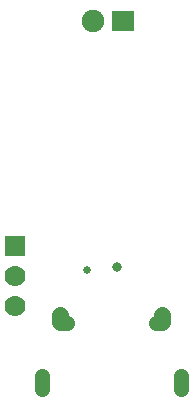
<source format=gbs>
G04 ---------------------------- Layer name :BOTTOM SOLDER LAYER*
G04 EasyEDA v5.8.22, Wed, 26 Dec 2018 05:37:28 GMT*
G04 8ad1f06e4ff34cadb9936333048842b5*
G04 Gerber Generator version 0.2*
G04 Scale: 100 percent, Rotated: No, Reflected: No *
G04 Dimensions in inches *
G04 leading zeros omitted , absolute positions ,2 integer and 4 decimal *
%FSLAX24Y24*%
%MOIN*%
G90*
G70D02*

%ADD50C,0.055240*%
%ADD51C,0.051307*%
%ADD61C,0.070000*%
%ADD62R,0.070000X0.070000*%
%ADD63R,0.074929X0.070000*%
%ADD64C,0.074929*%
%ADD66C,0.025716*%
%ADD67C,0.032400*%

%LPD*%
G54D50*
G01X5601Y2873D02*
G01X5601Y2638D01*
G01X2198Y2873D02*
G01X2198Y2638D01*
G54D51*
G01X6214Y471D02*
G01X6214Y865D01*
G01X6214Y709D02*
G01X6214Y432D01*
G01X1584Y471D02*
G01X1584Y865D01*
G01X1588Y709D02*
G01X1588Y432D01*
G01X5385Y2617D02*
G01X5581Y2617D01*
G01X2219Y2619D02*
G01X2415Y2619D01*
G54D61*
G01X700Y3200D03*
G01X700Y4200D03*
G54D62*
G01X700Y5200D03*
G54D63*
G01X4300Y12700D03*
G54D64*
G01X3300Y12700D03*
G54D66*
G01X3100Y4400D03*
G54D67*
G01X4100Y4500D03*
M00*
M02*

</source>
